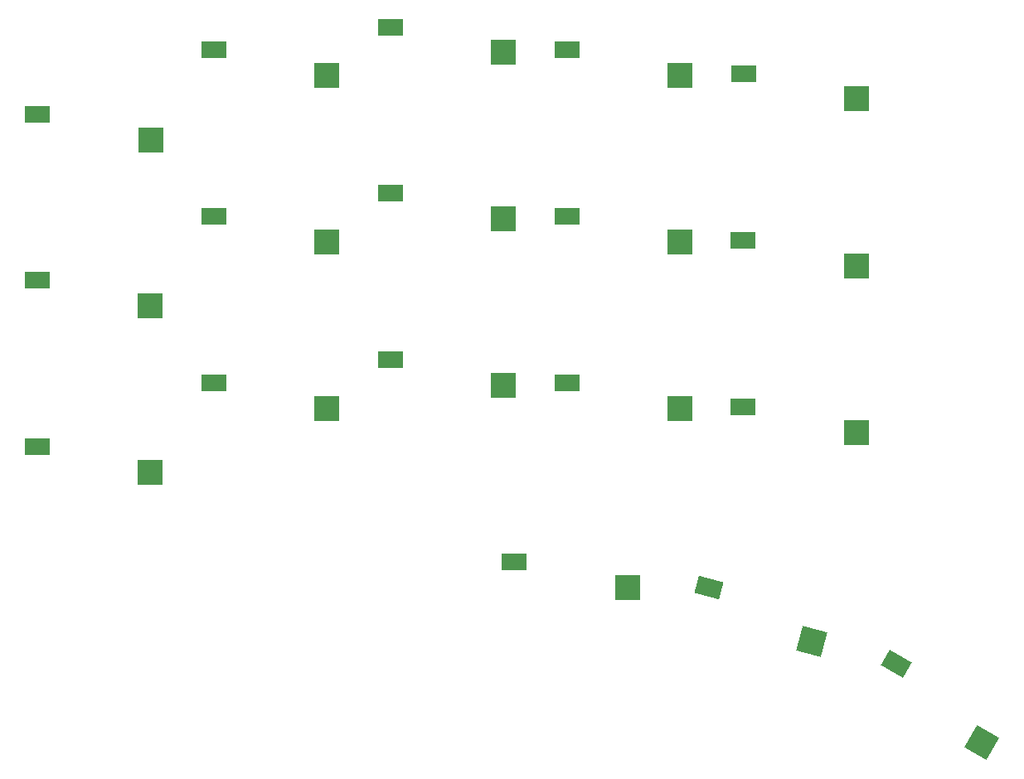
<source format=gbr>
%TF.GenerationSoftware,KiCad,Pcbnew,8.0.4*%
%TF.CreationDate,2024-09-02T16:23:25+07:00*%
%TF.ProjectId,cc36,63633336-2e6b-4696-9361-645f70636258,rev?*%
%TF.SameCoordinates,Original*%
%TF.FileFunction,Paste,Bot*%
%TF.FilePolarity,Positive*%
%FSLAX46Y46*%
G04 Gerber Fmt 4.6, Leading zero omitted, Abs format (unit mm)*
G04 Created by KiCad (PCBNEW 8.0.4) date 2024-09-02 16:23:25*
%MOMM*%
%LPD*%
G01*
G04 APERTURE LIST*
G04 Aperture macros list*
%AMRotRect*
0 Rectangle, with rotation*
0 The origin of the aperture is its center*
0 $1 length*
0 $2 width*
0 $3 Rotation angle, in degrees counterclockwise*
0 Add horizontal line*
21,1,$1,$2,0,0,$3*%
G04 Aperture macros list end*
%ADD10R,2.600000X1.800000*%
%ADD11R,2.600000X2.600000*%
%ADD12RotRect,2.600000X2.600000X330.000000*%
%ADD13RotRect,2.600000X1.800000X330.000000*%
%ADD14RotRect,2.600000X1.800000X345.000000*%
%ADD15RotRect,2.600000X2.600000X345.000000*%
G04 APERTURE END LIST*
D10*
%TO.C,SW12*%
X154665000Y-72090000D03*
D11*
X166215000Y-74690000D03*
%TD*%
D10*
%TO.C,SW10*%
X118635000Y-67290000D03*
D11*
X130185000Y-69890000D03*
%TD*%
D10*
%TO.C,SW18*%
X154665000Y-89108000D03*
D11*
X166215000Y-91708000D03*
%TD*%
D10*
%TO.C,SW15*%
X100595000Y-86678000D03*
D11*
X112145000Y-89278000D03*
%TD*%
D12*
%TO.C,SW21*%
X179011360Y-123400356D03*
D13*
X170308767Y-115373689D03*
%TD*%
D14*
%TO.C,SW20*%
X151167126Y-107579777D03*
D15*
X161650640Y-113080544D03*
%TD*%
D10*
%TO.C,SW19*%
X131295000Y-104940000D03*
D11*
X142845000Y-107540000D03*
%TD*%
D10*
%TO.C,SW17*%
X136679000Y-86700000D03*
D11*
X148229000Y-89300000D03*
%TD*%
D10*
%TO.C,SW16*%
X118635000Y-84308000D03*
D11*
X130185000Y-86908000D03*
%TD*%
D10*
%TO.C,SW14*%
X82577000Y-93218000D03*
D11*
X94127000Y-95818000D03*
%TD*%
D10*
%TO.C,SW11*%
X136679000Y-69682000D03*
D11*
X148229000Y-72282000D03*
%TD*%
D10*
%TO.C,SW9*%
X100595000Y-69660000D03*
D11*
X112145000Y-72260000D03*
%TD*%
D10*
%TO.C,SW8*%
X82577000Y-76200000D03*
D11*
X94127000Y-78800000D03*
%TD*%
D10*
%TO.C,SW6*%
X154713000Y-55050000D03*
D11*
X166263000Y-57650000D03*
%TD*%
D10*
%TO.C,SW5*%
X136679000Y-52670000D03*
D11*
X148229000Y-55270000D03*
%TD*%
D10*
%TO.C,SW4*%
X118635000Y-50310000D03*
D11*
X130185000Y-52910000D03*
%TD*%
D10*
%TO.C,SW3*%
X100635000Y-52670000D03*
D11*
X112185000Y-55270000D03*
%TD*%
D10*
%TO.C,SW2*%
X82635000Y-59230000D03*
D11*
X94185000Y-61830000D03*
%TD*%
M02*

</source>
